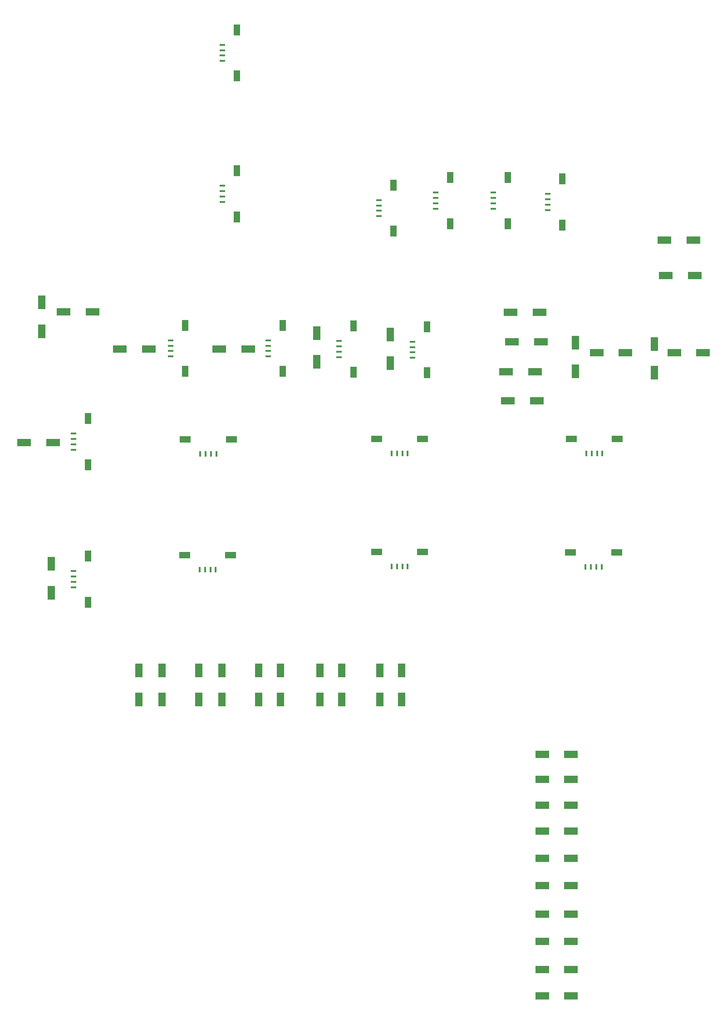
<source format=gbr>
%TF.GenerationSoftware,KiCad,Pcbnew,5.1.7-a382d34a8~88~ubuntu20.04.1*%
%TF.CreationDate,2021-03-09T09:01:26+01:00*%
%TF.ProjectId,narcise,6e617263-6973-4652-9e6b-696361645f70,rev?*%
%TF.SameCoordinates,Original*%
%TF.FileFunction,Paste,Top*%
%TF.FilePolarity,Positive*%
%FSLAX46Y46*%
G04 Gerber Fmt 4.6, Leading zero omitted, Abs format (unit mm)*
G04 Created by KiCad (PCBNEW 5.1.7-a382d34a8~88~ubuntu20.04.1) date 2021-03-09 09:01:26*
%MOMM*%
%LPD*%
G01*
G04 APERTURE LIST*
%ADD10R,2.500000X1.400000*%
%ADD11R,1.400000X2.500000*%
%ADD12R,1.000000X0.400000*%
%ADD13R,1.300000X2.000000*%
%ADD14R,0.400000X1.000000*%
%ADD15R,2.000000X1.300000*%
G04 APERTURE END LIST*
D10*
%TO.C,X19*%
X126788000Y-314071000D03*
X132188000Y-314071000D03*
%TD*%
%TO.C,X38*%
X53425000Y-238506000D03*
X48025000Y-238506000D03*
%TD*%
%TO.C,X37*%
X35518000Y-255905000D03*
X30118000Y-255905000D03*
%TD*%
D11*
%TO.C,X36*%
X98425000Y-235754000D03*
X98425000Y-241154000D03*
%TD*%
D10*
%TO.C,X35*%
X125434000Y-242697000D03*
X120034000Y-242697000D03*
%TD*%
%TO.C,X34*%
X155025000Y-218186000D03*
X149625000Y-218186000D03*
%TD*%
%TO.C,X33*%
X125815000Y-248158000D03*
X120415000Y-248158000D03*
%TD*%
%TO.C,X32*%
X71967000Y-238506000D03*
X66567000Y-238506000D03*
%TD*%
D11*
%TO.C,X31*%
X84709000Y-235500000D03*
X84709000Y-240900000D03*
%TD*%
%TO.C,X30*%
X35179000Y-278553000D03*
X35179000Y-283953000D03*
%TD*%
D10*
%TO.C,X29*%
X126323000Y-231648000D03*
X120923000Y-231648000D03*
%TD*%
%TO.C,X28*%
X155279000Y-224790000D03*
X149879000Y-224790000D03*
%TD*%
%TO.C,X27*%
X126577000Y-237109000D03*
X121177000Y-237109000D03*
%TD*%
D11*
%TO.C,X26*%
X33401000Y-229785000D03*
X33401000Y-235185000D03*
%TD*%
D10*
%TO.C,X25*%
X37507000Y-231521000D03*
X42907000Y-231521000D03*
%TD*%
%TO.C,X24*%
X151426000Y-239141000D03*
X156826000Y-239141000D03*
%TD*%
D11*
%TO.C,X23*%
X147701000Y-237532000D03*
X147701000Y-242932000D03*
%TD*%
%TO.C,X22*%
X132969000Y-237278000D03*
X132969000Y-242678000D03*
%TD*%
D10*
%TO.C,X21*%
X136948000Y-239141000D03*
X142348000Y-239141000D03*
%TD*%
D11*
%TO.C,X20*%
X100584000Y-303869000D03*
X100584000Y-298469000D03*
%TD*%
%TO.C,X18*%
X89408000Y-303869000D03*
X89408000Y-298469000D03*
%TD*%
%TO.C,X17*%
X77978000Y-303869000D03*
X77978000Y-298469000D03*
%TD*%
%TO.C,X16*%
X67056000Y-303869000D03*
X67056000Y-298469000D03*
%TD*%
D10*
%TO.C,X15*%
X126788000Y-318770000D03*
X132188000Y-318770000D03*
%TD*%
%TO.C,X14*%
X126788000Y-323596000D03*
X132188000Y-323596000D03*
%TD*%
%TO.C,X13*%
X126788000Y-328422000D03*
X132188000Y-328422000D03*
%TD*%
D11*
%TO.C,X12*%
X55880000Y-303869000D03*
X55880000Y-298469000D03*
%TD*%
%TO.C,X11*%
X96520000Y-303869000D03*
X96520000Y-298469000D03*
%TD*%
%TO.C,X10*%
X85344000Y-303869000D03*
X85344000Y-298469000D03*
%TD*%
D10*
%TO.C,X9*%
X126788000Y-359156000D03*
X132188000Y-359156000D03*
%TD*%
%TO.C,X8*%
X126788000Y-333502000D03*
X132188000Y-333502000D03*
%TD*%
%TO.C,X7*%
X126788000Y-338582000D03*
X132188000Y-338582000D03*
%TD*%
D11*
%TO.C,X6*%
X51562000Y-303869000D03*
X51562000Y-298469000D03*
%TD*%
%TO.C,X5*%
X73914000Y-303869000D03*
X73914000Y-298469000D03*
%TD*%
%TO.C,X4*%
X62738000Y-303869000D03*
X62738000Y-298469000D03*
%TD*%
D10*
%TO.C,X3*%
X126788000Y-354203000D03*
X132188000Y-354203000D03*
%TD*%
%TO.C,X2*%
X126788000Y-343916000D03*
X132188000Y-343916000D03*
%TD*%
%TO.C,X1*%
X126788000Y-348996000D03*
X132188000Y-348996000D03*
%TD*%
D12*
%TO.C,U14*%
X57510000Y-236879000D03*
X57510000Y-237879000D03*
X57510000Y-238879000D03*
X57510000Y-239879000D03*
D13*
X60210000Y-234079000D03*
X60210000Y-242679000D03*
%TD*%
D12*
%TO.C,U13*%
X39349000Y-254278000D03*
X39349000Y-255278000D03*
X39349000Y-256278000D03*
X39349000Y-257278000D03*
D13*
X42049000Y-251478000D03*
X42049000Y-260078000D03*
%TD*%
D12*
%TO.C,U12*%
X102595000Y-237133000D03*
X102595000Y-238133000D03*
X102595000Y-239133000D03*
X102595000Y-240133000D03*
D13*
X105295000Y-234333000D03*
X105295000Y-242933000D03*
%TD*%
D12*
%TO.C,U9*%
X75671000Y-236879000D03*
X75671000Y-237879000D03*
X75671000Y-238879000D03*
X75671000Y-239879000D03*
D13*
X78371000Y-234079000D03*
X78371000Y-242679000D03*
%TD*%
D12*
%TO.C,U8*%
X88879000Y-237006000D03*
X88879000Y-238006000D03*
X88879000Y-239006000D03*
X88879000Y-240006000D03*
D13*
X91579000Y-234206000D03*
X91579000Y-242806000D03*
%TD*%
D12*
%TO.C,U6*%
X39349000Y-279932000D03*
X39349000Y-280932000D03*
X39349000Y-281932000D03*
X39349000Y-282932000D03*
D13*
X42049000Y-277132000D03*
X42049000Y-285732000D03*
%TD*%
D12*
%TO.C,U5*%
X96372000Y-210717000D03*
X96372000Y-211717000D03*
X96372000Y-212717000D03*
X96372000Y-213717000D03*
D13*
X99072000Y-207917000D03*
X99072000Y-216517000D03*
%TD*%
D12*
%TO.C,U4*%
X106913000Y-209320000D03*
X106913000Y-210320000D03*
X106913000Y-211320000D03*
X106913000Y-212320000D03*
D13*
X109613000Y-206520000D03*
X109613000Y-215120000D03*
%TD*%
D12*
%TO.C,U3*%
X127868000Y-209574000D03*
X127868000Y-210574000D03*
X127868000Y-211574000D03*
X127868000Y-212574000D03*
D13*
X130568000Y-206774000D03*
X130568000Y-215374000D03*
%TD*%
D12*
%TO.C,U2*%
X67162000Y-208050000D03*
X67162000Y-209050000D03*
X67162000Y-210050000D03*
X67162000Y-211050000D03*
D13*
X69862000Y-205250000D03*
X69862000Y-213850000D03*
%TD*%
D14*
%TO.C,U35*%
X98703000Y-279040000D03*
X99703000Y-279040000D03*
X100703000Y-279040000D03*
X101703000Y-279040000D03*
D15*
X95903000Y-276340000D03*
X104503000Y-276340000D03*
%TD*%
D14*
%TO.C,U30*%
X63016000Y-258085000D03*
X64016000Y-258085000D03*
X65016000Y-258085000D03*
X66016000Y-258085000D03*
D15*
X60216000Y-255385000D03*
X68816000Y-255385000D03*
%TD*%
D14*
%TO.C,U29*%
X98703000Y-257958000D03*
X99703000Y-257958000D03*
X100703000Y-257958000D03*
X101703000Y-257958000D03*
D15*
X95903000Y-255258000D03*
X104503000Y-255258000D03*
%TD*%
D14*
%TO.C,U26*%
X135025000Y-257958000D03*
X136025000Y-257958000D03*
X137025000Y-257958000D03*
X138025000Y-257958000D03*
D15*
X132225000Y-255258000D03*
X140825000Y-255258000D03*
%TD*%
D14*
%TO.C,U25*%
X62889000Y-279675000D03*
X63889000Y-279675000D03*
X64889000Y-279675000D03*
X65889000Y-279675000D03*
D15*
X60089000Y-276975000D03*
X68689000Y-276975000D03*
%TD*%
D14*
%TO.C,U24*%
X134898000Y-279167000D03*
X135898000Y-279167000D03*
X136898000Y-279167000D03*
X137898000Y-279167000D03*
D15*
X132098000Y-276467000D03*
X140698000Y-276467000D03*
%TD*%
D12*
%TO.C,U7*%
X67162000Y-181761000D03*
X67162000Y-182761000D03*
X67162000Y-183761000D03*
X67162000Y-184761000D03*
D13*
X69862000Y-178961000D03*
X69862000Y-187561000D03*
%TD*%
D12*
%TO.C,U1*%
X117708000Y-209320000D03*
X117708000Y-210320000D03*
X117708000Y-211320000D03*
X117708000Y-212320000D03*
D13*
X120408000Y-206520000D03*
X120408000Y-215120000D03*
%TD*%
M02*

</source>
